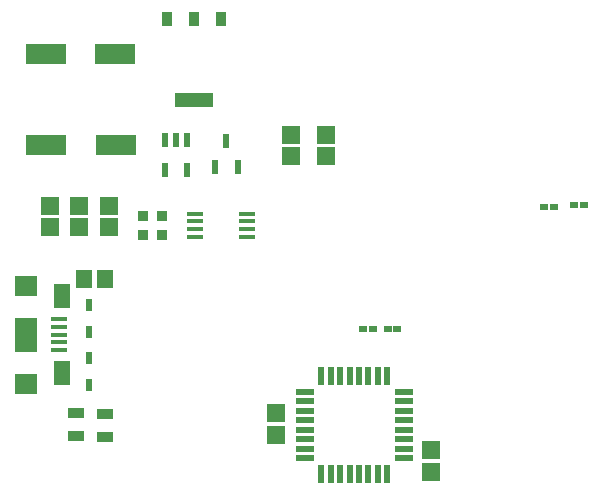
<source format=gtp>
G04*
G04 #@! TF.GenerationSoftware,Altium Limited,Altium Designer,24.10.1 (45)*
G04*
G04 Layer_Color=8421504*
%FSLAX44Y44*%
%MOMM*%
G71*
G04*
G04 #@! TF.SameCoordinates,5747CF6B-E7E8-4C91-AA59-05DF990D4A04*
G04*
G04*
G04 #@! TF.FilePolarity,Positive*
G04*
G01*
G75*
%ADD17R,1.9000X1.7000*%
%ADD18R,1.9000X1.7000*%
%ADD19R,1.3500X2.1000*%
%ADD20R,0.9121X0.8587*%
%ADD21R,0.6654X0.5725*%
%ADD22R,3.4500X1.8000*%
%ADD23R,3.2000X1.2500*%
%ADD24R,0.9500X1.2500*%
%ADD25R,0.6000X1.2000*%
%ADD26R,1.5562X1.5046*%
%ADD27R,1.4500X0.9500*%
%ADD28R,0.5000X1.0750*%
%ADD29R,1.4549X1.5562*%
%ADD30R,1.3500X0.4000*%
%ADD31R,1.9000X2.9000*%
%ADD32R,1.4000X0.4500*%
G04:AMPARAMS|DCode=33|XSize=0.55mm|YSize=1.47mm|CornerRadius=0.0688mm|HoleSize=0mm|Usage=FLASHONLY|Rotation=270.000|XOffset=0mm|YOffset=0mm|HoleType=Round|Shape=RoundedRectangle|*
%AMROUNDEDRECTD33*
21,1,0.5500,1.3325,0,0,270.0*
21,1,0.4125,1.4700,0,0,270.0*
1,1,0.1375,-0.6663,-0.2063*
1,1,0.1375,-0.6663,0.2063*
1,1,0.1375,0.6663,0.2063*
1,1,0.1375,0.6663,-0.2063*
%
%ADD33ROUNDEDRECTD33*%
G04:AMPARAMS|DCode=34|XSize=1.47mm|YSize=0.55mm|CornerRadius=0.0688mm|HoleSize=0mm|Usage=FLASHONLY|Rotation=270.000|XOffset=0mm|YOffset=0mm|HoleType=Round|Shape=RoundedRectangle|*
%AMROUNDEDRECTD34*
21,1,1.4700,0.4125,0,0,270.0*
21,1,1.3325,0.5500,0,0,270.0*
1,1,0.1375,-0.2063,-0.6663*
1,1,0.1375,-0.2063,0.6663*
1,1,0.1375,0.2063,0.6663*
1,1,0.1375,0.2063,-0.6663*
%
%ADD34ROUNDEDRECTD34*%
D17*
X281500Y936000D02*
D03*
D18*
X281500Y853000D02*
D03*
D19*
X312751Y927249D02*
D03*
Y861749D02*
D03*
D20*
X397400Y979333D02*
D03*
Y994867D02*
D03*
X380700D02*
D03*
Y979333D02*
D03*
D21*
X588264Y899300D02*
D03*
X596336D02*
D03*
X567364Y899400D02*
D03*
X575436D02*
D03*
X746164Y1003900D02*
D03*
X754236D02*
D03*
X720864Y1002700D02*
D03*
X728936D02*
D03*
D22*
X357600Y1132100D02*
D03*
X298600D02*
D03*
X299100Y1054700D02*
D03*
X358100D02*
D03*
D23*
X423900Y1093500D02*
D03*
D24*
X400900Y1161500D02*
D03*
X423900D02*
D03*
X446900D02*
D03*
D25*
X442100Y1036300D02*
D03*
X461100D02*
D03*
X451600Y1058300D02*
D03*
X418300Y1059100D02*
D03*
X408800D02*
D03*
X399300D02*
D03*
Y1034100D02*
D03*
X418300D02*
D03*
D26*
X352500Y1003308D02*
D03*
Y985292D02*
D03*
X327150Y1003308D02*
D03*
Y985292D02*
D03*
X301800Y985292D02*
D03*
Y1003308D02*
D03*
X493800Y827908D02*
D03*
Y809892D02*
D03*
X536100Y1045592D02*
D03*
Y1063608D02*
D03*
X506500Y1045900D02*
D03*
Y1063916D02*
D03*
X625000Y796508D02*
D03*
Y778492D02*
D03*
D27*
X324600Y808500D02*
D03*
Y828500D02*
D03*
X348700Y807600D02*
D03*
Y827600D02*
D03*
D28*
X335200Y875200D02*
D03*
Y852200D02*
D03*
Y896500D02*
D03*
Y919500D02*
D03*
D29*
X330587Y941600D02*
D03*
X349100D02*
D03*
D30*
X309500Y881500D02*
D03*
Y888000D02*
D03*
Y894500D02*
D03*
Y901000D02*
D03*
Y907500D02*
D03*
D31*
X281500Y894500D02*
D03*
D32*
X424800Y997050D02*
D03*
Y990550D02*
D03*
Y984050D02*
D03*
Y977550D02*
D03*
X468800D02*
D03*
Y984050D02*
D03*
Y990550D02*
D03*
Y997050D02*
D03*
D33*
X518100Y846100D02*
D03*
Y838100D02*
D03*
Y830100D02*
D03*
Y822100D02*
D03*
Y814100D02*
D03*
Y806100D02*
D03*
Y798100D02*
D03*
Y790100D02*
D03*
X601500D02*
D03*
Y798100D02*
D03*
Y806100D02*
D03*
Y814100D02*
D03*
Y822100D02*
D03*
Y830100D02*
D03*
Y838100D02*
D03*
Y846100D02*
D03*
D34*
X587800Y859800D02*
D03*
X579800D02*
D03*
X571800D02*
D03*
X563800D02*
D03*
X555800D02*
D03*
X547800D02*
D03*
X539800D02*
D03*
X531800D02*
D03*
Y776400D02*
D03*
X539800D02*
D03*
X547800D02*
D03*
X555800D02*
D03*
X563800D02*
D03*
X571800D02*
D03*
X579800D02*
D03*
X587800D02*
D03*
M02*

</source>
